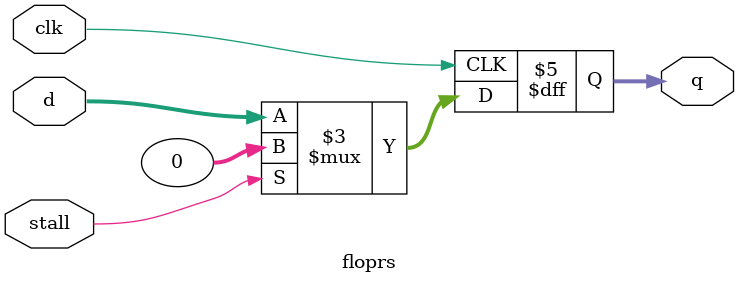
<source format=v>
`timescale 1ns / 1ps
module floprs(clk,stall,d,q
    );
	 input clk;
	 input stall;
	 input [31:0]d;
	 output reg[31:0]q;
	 
	 always@(posedge clk)
	 begin
		if(stall)
			q=0;
		else
			q=d;
	 end


endmodule

</source>
